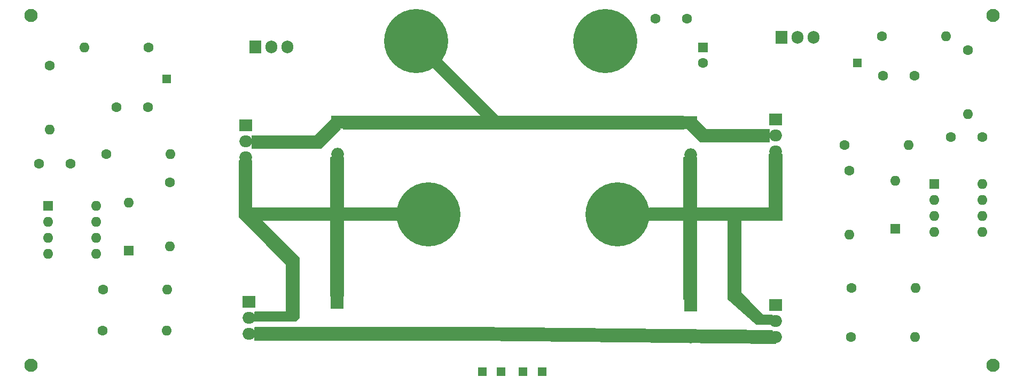
<source format=gts>
G04 #@! TF.GenerationSoftware,KiCad,Pcbnew,8.0.6*
G04 #@! TF.CreationDate,2024-11-01T15:42:23-04:00*
G04 #@! TF.ProjectId,H_Bridge_KiCAD,485f4272-6964-4676-955f-4b694341442e,rev?*
G04 #@! TF.SameCoordinates,Original*
G04 #@! TF.FileFunction,Soldermask,Top*
G04 #@! TF.FilePolarity,Negative*
%FSLAX46Y46*%
G04 Gerber Fmt 4.6, Leading zero omitted, Abs format (unit mm)*
G04 Created by KiCad (PCBNEW 8.0.6) date 2024-11-01 15:42:23*
%MOMM*%
%LPD*%
G01*
G04 APERTURE LIST*
%ADD10C,0.200000*%
%ADD11C,0.100000*%
%ADD12R,2.000000X2.000000*%
%ADD13O,2.000000X2.000000*%
%ADD14C,10.160000*%
%ADD15R,2.000000X1.905000*%
%ADD16O,2.000000X1.905000*%
%ADD17C,1.600000*%
%ADD18O,1.600000X1.600000*%
%ADD19R,1.905000X2.000000*%
%ADD20O,1.905000X2.000000*%
%ADD21R,1.600000X1.600000*%
%ADD22R,1.350000X1.350000*%
%ADD23C,2.100000*%
G04 APERTURE END LIST*
D10*
X174000000Y-79500000D02*
X120000000Y-79500000D01*
X120000000Y-77500000D01*
X174000000Y-77500000D01*
X174000000Y-79500000D01*
G36*
X174000000Y-79500000D02*
G01*
X120000000Y-79500000D01*
X120000000Y-77500000D01*
X174000000Y-77500000D01*
X174000000Y-79500000D01*
G37*
X188000000Y-111500000D02*
X188500000Y-113500000D01*
X141000000Y-113000000D01*
X106000000Y-113000000D01*
X106000000Y-111000000D01*
X140000000Y-111000000D01*
X188000000Y-111500000D01*
G36*
X188000000Y-111500000D02*
G01*
X188500000Y-113500000D01*
X141000000Y-113000000D01*
X106000000Y-113000000D01*
X106000000Y-111000000D01*
X140000000Y-111000000D01*
X188000000Y-111500000D01*
G37*
D11*
X119500000Y-79500000D02*
X116500000Y-82500000D01*
X105500000Y-82500000D01*
X105500000Y-80500000D01*
X115500000Y-80500000D01*
X118000000Y-78000000D01*
X119500000Y-79500000D01*
G36*
X119500000Y-79500000D02*
G01*
X116500000Y-82500000D01*
X105500000Y-82500000D01*
X105500000Y-80500000D01*
X115500000Y-80500000D01*
X118000000Y-78000000D01*
X119500000Y-79500000D01*
G37*
D10*
X120000000Y-92000000D02*
X128500000Y-92000000D01*
X128500000Y-94000000D01*
X120000000Y-94000000D01*
X120000000Y-106000000D01*
X118000000Y-106000000D01*
X118000000Y-94000000D01*
X107000000Y-94000000D01*
X113000000Y-100000000D01*
X113000000Y-109500000D01*
X112500000Y-110000000D01*
X106000000Y-110000000D01*
X106000000Y-108500000D01*
X111000000Y-108500000D01*
X111000000Y-101000000D01*
X103500000Y-93500000D01*
X103500000Y-84500000D01*
X105500000Y-84500000D01*
X105500000Y-92000000D01*
X118000000Y-92000000D01*
X118000000Y-84000000D01*
X120000000Y-84000000D01*
X120000000Y-92000000D01*
G36*
X120000000Y-92000000D02*
G01*
X128500000Y-92000000D01*
X128500000Y-94000000D01*
X120000000Y-94000000D01*
X120000000Y-106000000D01*
X118000000Y-106000000D01*
X118000000Y-94000000D01*
X107000000Y-94000000D01*
X113000000Y-100000000D01*
X113000000Y-109500000D01*
X112500000Y-110000000D01*
X106000000Y-110000000D01*
X106000000Y-108500000D01*
X111000000Y-108500000D01*
X111000000Y-101000000D01*
X103500000Y-93500000D01*
X103500000Y-84500000D01*
X105500000Y-84500000D01*
X105500000Y-92000000D01*
X118000000Y-92000000D01*
X118000000Y-84000000D01*
X120000000Y-84000000D01*
X120000000Y-92000000D01*
G37*
D11*
X177500000Y-79500000D02*
X187500000Y-79500000D01*
X187500000Y-81500000D01*
X176500000Y-81500000D01*
X174500000Y-79500000D01*
X176000000Y-78000000D01*
X177500000Y-79500000D01*
G36*
X177500000Y-79500000D02*
G01*
X187500000Y-79500000D01*
X187500000Y-81500000D01*
X176500000Y-81500000D01*
X174500000Y-79500000D01*
X176000000Y-78000000D01*
X177500000Y-79500000D01*
G37*
D10*
X145000000Y-78000000D02*
X142500000Y-78000000D01*
X134000000Y-69500000D01*
X134500000Y-69500000D01*
X135500000Y-68500000D01*
X145000000Y-78000000D01*
G36*
X145000000Y-78000000D02*
G01*
X142500000Y-78000000D01*
X134000000Y-69500000D01*
X134500000Y-69500000D01*
X135500000Y-68500000D01*
X145000000Y-78000000D01*
G37*
X189500000Y-94000000D02*
X183000000Y-94000000D01*
X183000000Y-105500000D01*
X186500000Y-109000000D01*
X188000000Y-109000000D01*
X188000000Y-110500000D01*
X185500000Y-110500000D01*
X181000000Y-106500000D01*
X181000000Y-94000000D01*
X176000000Y-94000000D01*
X176000000Y-106500000D01*
X174000000Y-106500000D01*
X174000000Y-94000000D01*
X168500000Y-94000000D01*
X168500000Y-92000000D01*
X174000000Y-92000000D01*
X174000000Y-84000000D01*
X176000000Y-84000000D01*
X176000000Y-92000000D01*
X187500000Y-92000000D01*
X187500000Y-83500000D01*
X189500000Y-83500000D01*
X189500000Y-94000000D01*
G36*
X189500000Y-94000000D02*
G01*
X183000000Y-94000000D01*
X183000000Y-105500000D01*
X186500000Y-109000000D01*
X188000000Y-109000000D01*
X188000000Y-110500000D01*
X185500000Y-110500000D01*
X181000000Y-106500000D01*
X181000000Y-94000000D01*
X176000000Y-94000000D01*
X176000000Y-106500000D01*
X174000000Y-106500000D01*
X174000000Y-94000000D01*
X168500000Y-94000000D01*
X168500000Y-92000000D01*
X174000000Y-92000000D01*
X174000000Y-84000000D01*
X176000000Y-84000000D01*
X176000000Y-92000000D01*
X187500000Y-92000000D01*
X187500000Y-83500000D01*
X189500000Y-83500000D01*
X189500000Y-94000000D01*
G37*
D12*
X175055000Y-107420000D03*
D13*
X175055000Y-112500000D03*
D14*
X161500000Y-65500000D03*
X131530000Y-65500000D03*
D15*
X104555000Y-78880000D03*
D16*
X104555000Y-81420000D03*
X104555000Y-83960000D03*
D12*
X119055000Y-78380000D03*
D13*
X119055000Y-83460000D03*
D17*
X200520000Y-104720000D03*
D18*
X210680000Y-104720000D03*
D17*
X216250000Y-80720000D03*
X221250000Y-80720000D03*
D19*
X106055000Y-66460000D03*
D20*
X108595000Y-66460000D03*
X111135000Y-66460000D03*
D17*
X210500000Y-71000000D03*
X205500000Y-71000000D03*
D21*
X213700000Y-88200000D03*
D18*
X213700000Y-90740000D03*
X213700000Y-93280000D03*
X213700000Y-95820000D03*
X221320000Y-95820000D03*
X221320000Y-93280000D03*
X221320000Y-90740000D03*
X221320000Y-88200000D03*
D19*
X189460000Y-64945000D03*
D20*
X192000000Y-64945000D03*
X194540000Y-64945000D03*
D22*
X151500000Y-118000000D03*
X92000000Y-71500000D03*
D17*
X219000000Y-66920000D03*
D18*
X219000000Y-77080000D03*
D23*
X70500000Y-117000000D03*
D22*
X201500000Y-69000000D03*
D21*
X177000000Y-66500000D03*
D17*
X177000000Y-69000000D03*
D15*
X188500000Y-107460000D03*
D16*
X188500000Y-110000000D03*
X188500000Y-112540000D03*
D17*
X73500000Y-69420000D03*
D18*
X73500000Y-79580000D03*
D17*
X200180000Y-86060000D03*
D18*
X200180000Y-96220000D03*
D17*
X81920000Y-105000000D03*
D18*
X92080000Y-105000000D03*
D22*
X145000000Y-118000000D03*
D21*
X73200000Y-91700000D03*
D18*
X73200000Y-94240000D03*
X73200000Y-96780000D03*
X73200000Y-99320000D03*
X80820000Y-99320000D03*
X80820000Y-96780000D03*
X80820000Y-94240000D03*
X80820000Y-91700000D03*
D17*
X89080000Y-66500000D03*
D18*
X78920000Y-66500000D03*
D22*
X142000000Y-118000000D03*
D14*
X133500000Y-93000000D03*
X163470000Y-93000000D03*
D12*
X175055000Y-78460000D03*
D13*
X175055000Y-83540000D03*
D17*
X199420000Y-82000000D03*
D18*
X209580000Y-82000000D03*
D15*
X188555000Y-77960000D03*
D16*
X188555000Y-80500000D03*
X188555000Y-83040000D03*
D17*
X92500000Y-87920000D03*
D18*
X92500000Y-98080000D03*
D17*
X174500000Y-62000000D03*
X169500000Y-62000000D03*
X200500000Y-112500000D03*
D18*
X210660000Y-112500000D03*
D21*
X86000000Y-98810000D03*
D18*
X86000000Y-91190000D03*
D23*
X223000000Y-61500000D03*
D17*
X81840000Y-111500000D03*
D18*
X92000000Y-111500000D03*
D17*
X205340000Y-64720000D03*
D18*
X215500000Y-64720000D03*
D23*
X223000000Y-117000000D03*
D21*
X207500000Y-95310000D03*
D18*
X207500000Y-87690000D03*
D12*
X119000000Y-107000000D03*
D13*
X119000000Y-112080000D03*
D17*
X82420000Y-83500000D03*
D18*
X92580000Y-83500000D03*
D22*
X148500000Y-118000000D03*
D23*
X70500000Y-61500000D03*
D17*
X76750000Y-85000000D03*
X71750000Y-85000000D03*
X84000000Y-76000000D03*
X89000000Y-76000000D03*
D15*
X105055000Y-106920000D03*
D16*
X105055000Y-109460000D03*
X105055000Y-112000000D03*
M02*

</source>
